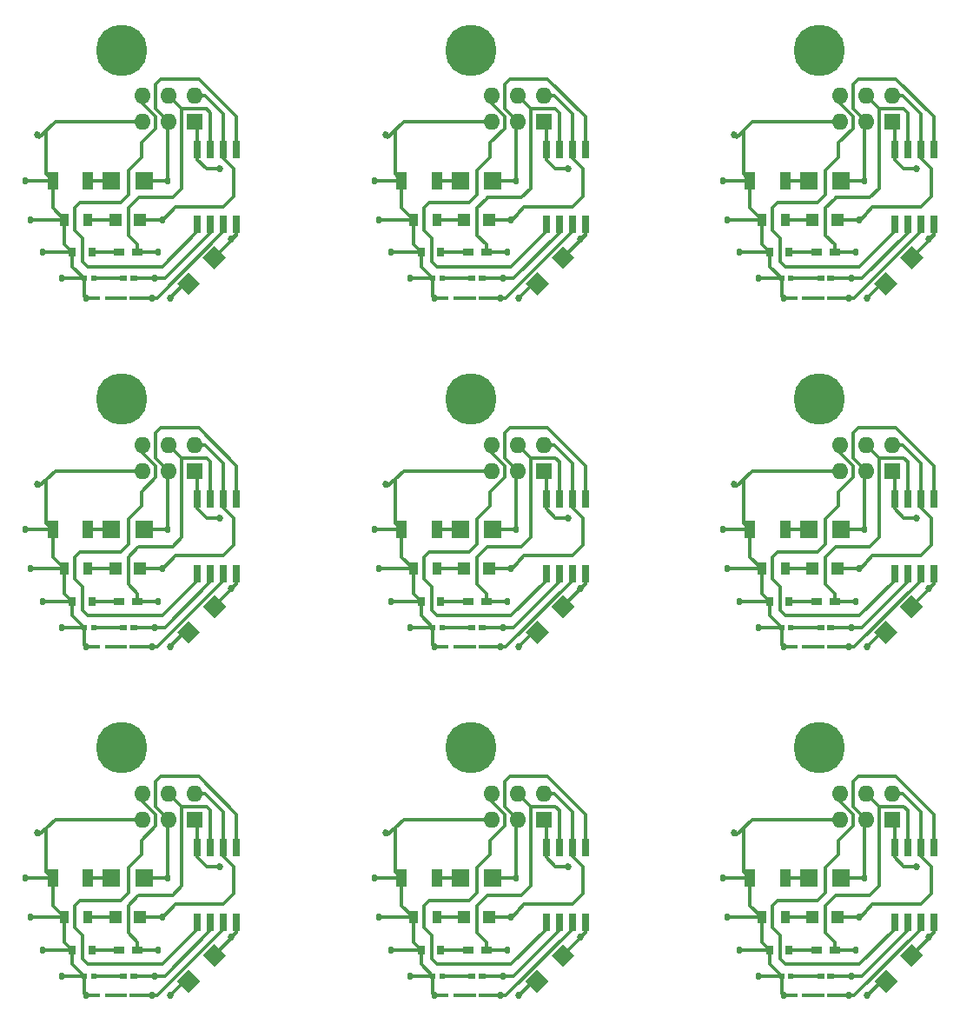
<source format=gtl>
%MOIN*%
%OFA0B0*%
%FSLAX46Y46*%
%IPPOS*%
%LPD*%
%ADD10C,0.0039370078740157488*%
%ADD11C,0.19685039370078741*%
%ADD12R,0.015748031496062995X0.015748031496062995*%
%ADD13R,0.027559055118110236X0.023622047244094488*%
%ADD14O,0.062992125984251982X0.062992125984251982*%
%ADD15R,0.062992125984251982X0.062992125984251982*%
%ADD16R,0.066929133858267723X0.0709*%
%ADD17R,0.051181102362204731X0.0472*%
%ADD18R,0.03937007874015748X0.031400000000000004*%
%ADD19R,0.025590551181102365X0.066929133858267723*%
%ADD20O,0.02X0.030000000000000002*%
%ADD21R,0.043307086614173235X0.066929133858267723*%
%ADD22R,0.035433070866141732X0.051181102362204731*%
%ADD23R,0.027559055118110236X0.035433070866141732*%
%ADD24R,0.023622047244094488X0.023622047244094488*%
%ADD25R,0.017716535433070866X0.016929133858267716*%
%ADD26C,0.027*%
%ADD27C,0.012000000000000002*%
%ADD38C,0.0039370078740157488*%
%ADD39C,0.19685039370078741*%
%ADD40R,0.015748031496062995X0.015748031496062995*%
%ADD41R,0.027559055118110236X0.023622047244094488*%
%ADD42O,0.062992125984251982X0.062992125984251982*%
%ADD43R,0.062992125984251982X0.062992125984251982*%
%ADD44R,0.066929133858267723X0.0709*%
%ADD45R,0.051181102362204731X0.0472*%
%ADD46R,0.03937007874015748X0.031400000000000004*%
%ADD47R,0.025590551181102365X0.066929133858267723*%
%ADD48O,0.02X0.030000000000000002*%
%ADD49R,0.043307086614173235X0.066929133858267723*%
%ADD50R,0.035433070866141732X0.051181102362204731*%
%ADD51R,0.027559055118110236X0.035433070866141732*%
%ADD52R,0.023622047244094488X0.023622047244094488*%
%ADD53R,0.017716535433070866X0.016929133858267716*%
%ADD54C,0.027*%
%ADD55C,0.012000000000000002*%
%ADD56C,0.0039370078740157488*%
%ADD57C,0.19685039370078741*%
%ADD58R,0.015748031496062995X0.015748031496062995*%
%ADD59R,0.027559055118110236X0.023622047244094488*%
%ADD60O,0.062992125984251982X0.062992125984251982*%
%ADD61R,0.062992125984251982X0.062992125984251982*%
%ADD62R,0.066929133858267723X0.0709*%
%ADD63R,0.051181102362204731X0.0472*%
%ADD64R,0.03937007874015748X0.031400000000000004*%
%ADD65R,0.025590551181102365X0.066929133858267723*%
%ADD66O,0.02X0.030000000000000002*%
%ADD67R,0.043307086614173235X0.066929133858267723*%
%ADD68R,0.035433070866141732X0.051181102362204731*%
%ADD69R,0.027559055118110236X0.035433070866141732*%
%ADD70R,0.023622047244094488X0.023622047244094488*%
%ADD71R,0.017716535433070866X0.016929133858267716*%
%ADD72C,0.027*%
%ADD73C,0.012000000000000002*%
%ADD74C,0.0039370078740157488*%
%ADD75C,0.19685039370078741*%
%ADD76R,0.015748031496062995X0.015748031496062995*%
%ADD77R,0.027559055118110236X0.023622047244094488*%
%ADD78O,0.062992125984251982X0.062992125984251982*%
%ADD79R,0.062992125984251982X0.062992125984251982*%
%ADD80R,0.066929133858267723X0.0709*%
%ADD81R,0.051181102362204731X0.0472*%
%ADD82R,0.03937007874015748X0.031400000000000004*%
%ADD83R,0.025590551181102365X0.066929133858267723*%
%ADD84O,0.02X0.030000000000000002*%
%ADD85R,0.043307086614173235X0.066929133858267723*%
%ADD86R,0.035433070866141732X0.051181102362204731*%
%ADD87R,0.027559055118110236X0.035433070866141732*%
%ADD88R,0.023622047244094488X0.023622047244094488*%
%ADD89R,0.017716535433070866X0.016929133858267716*%
%ADD90C,0.027*%
%ADD91C,0.012000000000000002*%
%ADD92C,0.0039370078740157488*%
%ADD93C,0.19685039370078741*%
%ADD94R,0.015748031496062995X0.015748031496062995*%
%ADD95R,0.027559055118110236X0.023622047244094488*%
%ADD96O,0.062992125984251982X0.062992125984251982*%
%ADD97R,0.062992125984251982X0.062992125984251982*%
%ADD98R,0.066929133858267723X0.0709*%
%ADD99R,0.051181102362204731X0.0472*%
%ADD100R,0.03937007874015748X0.031400000000000004*%
%ADD101R,0.025590551181102365X0.066929133858267723*%
%ADD102O,0.02X0.030000000000000002*%
%ADD103R,0.043307086614173235X0.066929133858267723*%
%ADD104R,0.035433070866141732X0.051181102362204731*%
%ADD105R,0.027559055118110236X0.035433070866141732*%
%ADD106R,0.023622047244094488X0.023622047244094488*%
%ADD107R,0.017716535433070866X0.016929133858267716*%
%ADD108C,0.027*%
%ADD109C,0.012000000000000002*%
%ADD110C,0.0039370078740157488*%
%ADD111C,0.19685039370078741*%
%ADD112R,0.015748031496062995X0.015748031496062995*%
%ADD113R,0.027559055118110236X0.023622047244094488*%
%ADD114O,0.062992125984251982X0.062992125984251982*%
%ADD115R,0.062992125984251982X0.062992125984251982*%
%ADD116R,0.066929133858267723X0.0709*%
%ADD117R,0.051181102362204731X0.0472*%
%ADD118R,0.03937007874015748X0.031400000000000004*%
%ADD119R,0.025590551181102365X0.066929133858267723*%
%ADD120O,0.02X0.030000000000000002*%
%ADD121R,0.043307086614173235X0.066929133858267723*%
%ADD122R,0.035433070866141732X0.051181102362204731*%
%ADD123R,0.027559055118110236X0.035433070866141732*%
%ADD124R,0.023622047244094488X0.023622047244094488*%
%ADD125R,0.017716535433070866X0.016929133858267716*%
%ADD126C,0.027*%
%ADD127C,0.012000000000000002*%
%ADD128C,0.0039370078740157488*%
%ADD129C,0.19685039370078741*%
%ADD130R,0.015748031496062995X0.015748031496062995*%
%ADD131R,0.027559055118110236X0.023622047244094488*%
%ADD132O,0.062992125984251982X0.062992125984251982*%
%ADD133R,0.062992125984251982X0.062992125984251982*%
%ADD134R,0.066929133858267723X0.0709*%
%ADD135R,0.051181102362204731X0.0472*%
%ADD136R,0.03937007874015748X0.031400000000000004*%
%ADD137R,0.025590551181102365X0.066929133858267723*%
%ADD138O,0.02X0.030000000000000002*%
%ADD139R,0.043307086614173235X0.066929133858267723*%
%ADD140R,0.035433070866141732X0.051181102362204731*%
%ADD141R,0.027559055118110236X0.035433070866141732*%
%ADD142R,0.023622047244094488X0.023622047244094488*%
%ADD143R,0.017716535433070866X0.016929133858267716*%
%ADD144C,0.027*%
%ADD145C,0.012000000000000002*%
%ADD146C,0.0039370078740157488*%
%ADD147C,0.19685039370078741*%
%ADD148R,0.015748031496062995X0.015748031496062995*%
%ADD149R,0.027559055118110236X0.023622047244094488*%
%ADD150O,0.062992125984251982X0.062992125984251982*%
%ADD151R,0.062992125984251982X0.062992125984251982*%
%ADD152R,0.066929133858267723X0.0709*%
%ADD153R,0.051181102362204731X0.0472*%
%ADD154R,0.03937007874015748X0.031400000000000004*%
%ADD155R,0.025590551181102365X0.066929133858267723*%
%ADD156O,0.02X0.030000000000000002*%
%ADD157R,0.043307086614173235X0.066929133858267723*%
%ADD158R,0.035433070866141732X0.051181102362204731*%
%ADD159R,0.027559055118110236X0.035433070866141732*%
%ADD160R,0.023622047244094488X0.023622047244094488*%
%ADD161R,0.017716535433070866X0.016929133858267716*%
%ADD162C,0.027*%
%ADD163C,0.012000000000000002*%
%ADD164C,0.0039370078740157488*%
%ADD165C,0.19685039370078741*%
%ADD166R,0.015748031496062995X0.015748031496062995*%
%ADD167R,0.027559055118110236X0.023622047244094488*%
%ADD168O,0.062992125984251982X0.062992125984251982*%
%ADD169R,0.062992125984251982X0.062992125984251982*%
%ADD170R,0.066929133858267723X0.0709*%
%ADD171R,0.051181102362204731X0.0472*%
%ADD172R,0.03937007874015748X0.031400000000000004*%
%ADD173R,0.025590551181102365X0.066929133858267723*%
%ADD174O,0.02X0.030000000000000002*%
%ADD175R,0.043307086614173235X0.066929133858267723*%
%ADD176R,0.035433070866141732X0.051181102362204731*%
%ADD177R,0.027559055118110236X0.035433070866141732*%
%ADD178R,0.023622047244094488X0.023622047244094488*%
%ADD179R,0.017716535433070866X0.016929133858267716*%
%ADD180C,0.027*%
%ADD181C,0.012000000000000002*%
G01*
D10*
D11*
X-0007545570Y0004254470D02*
X0000629429Y0001129470D03*
D12*
X0000642618Y0000179470D03*
X0000666240Y0000179470D03*
D13*
X0000634744Y0000254470D03*
X0000674114Y0000254470D03*
D10*
G36*
X0000983927Y0000378509D02*
X0001028469Y0000333967D01*
X0000983927Y0000289425D01*
X0000939385Y0000333967D01*
X0000983927Y0000378509D01*
X0000983927Y0000378509D01*
G37*
G36*
X0000884932Y0000279514D02*
X0000929474Y0000234972D01*
X0000884932Y0000190430D01*
X0000840390Y0000234972D01*
X0000884932Y0000279514D01*
X0000884932Y0000279514D01*
G37*
D14*
X0000909429Y0000954470D03*
D15*
X0000909429Y0000854470D03*
D14*
X0000809429Y0000954470D03*
X0000809429Y0000854470D03*
X0000709429Y0000954470D03*
X0000709429Y0000854470D03*
D16*
X0000714429Y0000629470D03*
X0000589429Y0000629470D03*
D17*
X0000699429Y0000479470D03*
X0000604429Y0000479470D03*
D18*
X0000689429Y0000354470D03*
X0000619429Y0000354470D03*
D19*
X0000919429Y0000460769D03*
X0000969429Y0000460769D03*
X0001019429Y0000460769D03*
X0001069429Y0000460769D03*
X0001069429Y0000748171D03*
X0001019429Y0000748171D03*
X0000969429Y0000748171D03*
X0000919429Y0000748171D03*
D20*
X0000804429Y0000629470D03*
X0000784429Y0000479470D03*
X0000769429Y0000354470D03*
X0000754429Y0000254470D03*
X0000744429Y0000179470D03*
X0000259429Y0000629470D03*
X0000276929Y0000479470D03*
X0000324429Y0000354470D03*
X0000396929Y0000254470D03*
X0000491929Y0000179470D03*
D21*
X0000499429Y0000629470D03*
X0000364429Y0000629470D03*
D22*
X0000499429Y0000479470D03*
X0000409429Y0000479470D03*
D23*
X0000514429Y0000354470D03*
X0000439429Y0000354470D03*
D24*
X0000520177Y0000254470D03*
X0000484744Y0000254470D03*
D25*
X0000570177Y0000179470D03*
X0000538681Y0000179470D03*
D26*
X0000304429Y0000804470D03*
X0001049429Y0000404470D03*
X0000814429Y0000179470D03*
X0001004429Y0000674470D03*
D27*
X0000491929Y0000179470D02*
X0000538681Y0000179470D01*
X0000484744Y0000254470D02*
X0000484744Y0000186655D01*
X0000484744Y0000186655D02*
X0000491929Y0000179470D01*
X0000311929Y0000796970D02*
X0000306929Y0000801970D01*
X0000306929Y0000801970D02*
X0000304429Y0000804470D01*
X0001069429Y0000460769D02*
X0001069429Y0000424470D01*
X0001069429Y0000424470D02*
X0001049429Y0000404470D01*
X0000975107Y0000325147D02*
X0001069429Y0000419470D01*
X0001069429Y0000419470D02*
X0001069429Y0000460769D01*
X0000439429Y0000354470D02*
X0000439429Y0000299785D01*
X0000439429Y0000299785D02*
X0000484744Y0000254470D01*
X0000409429Y0000479470D02*
X0000409429Y0000384470D01*
X0000409429Y0000384470D02*
X0000439429Y0000354470D01*
X0000364429Y0000629470D02*
X0000364429Y0000524470D01*
X0000364429Y0000524470D02*
X0000409429Y0000479470D01*
X0000709429Y0000854470D02*
X0000374429Y0000854470D01*
X0000339429Y0000654470D02*
X0000364429Y0000629470D01*
X0000339429Y0000819470D02*
X0000339429Y0000654470D01*
X0000374429Y0000854470D02*
X0000311929Y0000796970D01*
X0000311929Y0000796970D02*
X0000339429Y0000819470D01*
X0000396929Y0000254470D02*
X0000484744Y0000254470D01*
X0000324429Y0000354470D02*
X0000439429Y0000354470D01*
X0000281929Y0000479470D02*
X0000409429Y0000479470D01*
X0000364429Y0000629470D02*
X0000259429Y0000629470D01*
X0000814429Y0000179470D02*
X0000869932Y0000234972D01*
X0000869932Y0000234972D02*
X0000884932Y0000234972D01*
X0000919429Y0000748171D02*
X0000919429Y0000709470D01*
X0000954429Y0000674470D02*
X0001004429Y0000674470D01*
X0000919429Y0000709470D02*
X0000954429Y0000674470D01*
X0000878751Y0000228792D02*
X0000873751Y0000228792D01*
X0000919429Y0000748171D02*
X0000919429Y0000844470D01*
X0000919429Y0000844470D02*
X0000909429Y0000854470D01*
X0001019429Y0000748171D02*
X0001019429Y0000714470D01*
X0000834429Y0000529470D02*
X0000939429Y0000529470D01*
X0000834429Y0000529470D02*
X0000789429Y0000479470D01*
X0001019429Y0000529470D02*
X0000939429Y0000529470D01*
X0001059429Y0000569470D02*
X0001019429Y0000529470D01*
X0001059429Y0000674470D02*
X0001059429Y0000569470D01*
X0001019429Y0000714470D02*
X0001059429Y0000674470D01*
X0000784429Y0000479470D02*
X0000789429Y0000479470D01*
X0001019429Y0000748171D02*
X0001019429Y0000884470D01*
X0000949429Y0000954470D02*
X0000909429Y0000954470D01*
X0001019429Y0000884470D02*
X0000949429Y0000954470D01*
X0000699429Y0000479470D02*
X0000784429Y0000479470D01*
X0000809429Y0000954470D02*
X0000859429Y0000904470D01*
X0000859429Y0000904470D02*
X0000859429Y0000599470D01*
X0000654429Y0000524470D02*
X0000689429Y0000559470D01*
X0000654429Y0000419470D02*
X0000654429Y0000524470D01*
X0000689429Y0000384470D02*
X0000654429Y0000419470D01*
X0000689429Y0000354470D02*
X0000689429Y0000384470D01*
X0000694429Y0000564470D02*
X0000689429Y0000559470D01*
X0000824429Y0000564470D02*
X0000694429Y0000564470D01*
X0000859429Y0000599470D02*
X0000824429Y0000564470D01*
X0000969429Y0000748171D02*
X0000969429Y0000889470D01*
X0000954429Y0000904470D02*
X0000859429Y0000904470D01*
X0000969429Y0000889470D02*
X0000954429Y0000904470D01*
X0000689429Y0000354470D02*
X0000769429Y0000354470D01*
X0000804429Y0000629470D02*
X0000804429Y0000849470D01*
X0000804429Y0000849470D02*
X0000809429Y0000854470D01*
X0001069429Y0000748171D02*
X0001069429Y0000874470D01*
X0000759429Y0000904470D02*
X0000809429Y0000854470D01*
X0000759429Y0000999470D02*
X0000759429Y0000904470D01*
X0000779429Y0001019470D02*
X0000759429Y0000999470D01*
X0000924429Y0001019470D02*
X0000779429Y0001019470D01*
X0001069429Y0000874470D02*
X0000924429Y0001019470D01*
X0000714429Y0000629470D02*
X0000804429Y0000629470D01*
X0000919429Y0000460769D02*
X0000919429Y0000434470D01*
X0000919429Y0000434470D02*
X0000784429Y0000299470D01*
X0000784429Y0000299470D02*
X0000499429Y0000299470D01*
X0000499429Y0000299470D02*
X0000479429Y0000319470D01*
X0000479429Y0000319470D02*
X0000479429Y0000409470D01*
X0000479429Y0000409470D02*
X0000449429Y0000439470D01*
X0000449429Y0000439470D02*
X0000449429Y0000524470D01*
X0000449429Y0000524470D02*
X0000469429Y0000544470D01*
X0000469429Y0000544470D02*
X0000624429Y0000544470D01*
X0000624429Y0000544470D02*
X0000654429Y0000574470D01*
X0000654429Y0000574470D02*
X0000654429Y0000669470D01*
X0000654429Y0000669470D02*
X0000704429Y0000719470D01*
X0000704429Y0000719470D02*
X0000704429Y0000774470D01*
X0000704429Y0000774470D02*
X0000759429Y0000829470D01*
X0000759429Y0000829470D02*
X0000759429Y0000874470D01*
X0000759429Y0000874470D02*
X0000709429Y0000924470D01*
X0000709429Y0000924470D02*
X0000709429Y0000954470D01*
X0000499429Y0000479470D02*
X0000604429Y0000479470D01*
X0000514429Y0000354470D02*
X0000619429Y0000354470D01*
X0000520177Y0000254470D02*
X0000630807Y0000254470D01*
X0000589429Y0000629470D02*
X0000499429Y0000629470D01*
X0000754429Y0000254470D02*
X0000794429Y0000254470D01*
X0000794429Y0000254470D02*
X0000969429Y0000429470D01*
X0000969429Y0000429470D02*
X0000969429Y0000460769D01*
X0000674114Y0000254470D02*
X0000754429Y0000254470D01*
X0000666240Y0000179470D02*
X0000689429Y0000179470D01*
X0000689429Y0000179470D02*
X0000744429Y0000179470D01*
X0000749429Y0000179470D02*
X0000764429Y0000179470D01*
X0000764429Y0000179470D02*
X0001019429Y0000434470D01*
X0001019429Y0000434470D02*
X0001019429Y0000460769D01*
X0000642618Y0000179470D02*
X0000619429Y0000179470D01*
X0000619429Y0000179470D02*
X0000570177Y0000179470D01*
G04 next file*
G04 #@! TF.FileFunction,Copper,L1,Top,Signal*
G04 Gerber Fmt 4.6, Leading zero omitted, Abs format (unit mm)*
G04 Created by KiCad (PCBNEW 4.0.7) date 08/30/18 22:11:47*
G01*
G04 APERTURE LIST*
G04 APERTURE END LIST*
D38*
D39*
X-0007545570Y0005592150D02*
X0000629429Y0002467150D03*
D40*
X0000642618Y0001517150D03*
X0000666240Y0001517150D03*
D41*
X0000634744Y0001592150D03*
X0000674114Y0001592150D03*
D38*
G36*
X0000983927Y0001716190D02*
X0001028469Y0001671648D01*
X0000983927Y0001627106D01*
X0000939385Y0001671648D01*
X0000983927Y0001716190D01*
X0000983927Y0001716190D01*
G37*
G36*
X0000884932Y0001617195D02*
X0000929474Y0001572653D01*
X0000884932Y0001528111D01*
X0000840390Y0001572653D01*
X0000884932Y0001617195D01*
X0000884932Y0001617195D01*
G37*
D42*
X0000909429Y0002292150D03*
D43*
X0000909429Y0002192150D03*
D42*
X0000809429Y0002292150D03*
X0000809429Y0002192150D03*
X0000709429Y0002292150D03*
X0000709429Y0002192150D03*
D44*
X0000714429Y0001967150D03*
X0000589429Y0001967150D03*
D45*
X0000699429Y0001817150D03*
X0000604429Y0001817150D03*
D46*
X0000689429Y0001692150D03*
X0000619429Y0001692150D03*
D47*
X0000919429Y0001798450D03*
X0000969429Y0001798450D03*
X0001019429Y0001798450D03*
X0001069429Y0001798450D03*
X0001069429Y0002085851D03*
X0001019429Y0002085851D03*
X0000969429Y0002085851D03*
X0000919429Y0002085851D03*
D48*
X0000804429Y0001967150D03*
X0000784429Y0001817150D03*
X0000769429Y0001692150D03*
X0000754429Y0001592150D03*
X0000744429Y0001517150D03*
X0000259429Y0001967150D03*
X0000276929Y0001817150D03*
X0000324429Y0001692150D03*
X0000396929Y0001592150D03*
X0000491929Y0001517150D03*
D49*
X0000499429Y0001967150D03*
X0000364429Y0001967150D03*
D50*
X0000499429Y0001817150D03*
X0000409429Y0001817150D03*
D51*
X0000514429Y0001692150D03*
X0000439429Y0001692150D03*
D52*
X0000520177Y0001592150D03*
X0000484744Y0001592150D03*
D53*
X0000570177Y0001517150D03*
X0000538681Y0001517150D03*
D54*
X0000304429Y0002142150D03*
X0001049429Y0001742150D03*
X0000814429Y0001517150D03*
X0001004429Y0002012150D03*
D55*
X0000491929Y0001517150D02*
X0000538681Y0001517150D01*
X0000484744Y0001592150D02*
X0000484744Y0001524335D01*
X0000484744Y0001524335D02*
X0000491929Y0001517150D01*
X0000311929Y0002134650D02*
X0000306929Y0002139650D01*
X0000306929Y0002139650D02*
X0000304429Y0002142150D01*
X0001069429Y0001798450D02*
X0001069429Y0001762150D01*
X0001069429Y0001762150D02*
X0001049429Y0001742150D01*
X0000975107Y0001662828D02*
X0001069429Y0001757150D01*
X0001069429Y0001757150D02*
X0001069429Y0001798450D01*
X0000439429Y0001692150D02*
X0000439429Y0001637465D01*
X0000439429Y0001637465D02*
X0000484744Y0001592150D01*
X0000409429Y0001817150D02*
X0000409429Y0001722150D01*
X0000409429Y0001722150D02*
X0000439429Y0001692150D01*
X0000364429Y0001967150D02*
X0000364429Y0001862150D01*
X0000364429Y0001862150D02*
X0000409429Y0001817150D01*
X0000709429Y0002192150D02*
X0000374429Y0002192150D01*
X0000339429Y0001992150D02*
X0000364429Y0001967150D01*
X0000339429Y0002157150D02*
X0000339429Y0001992150D01*
X0000374429Y0002192150D02*
X0000311929Y0002134650D01*
X0000311929Y0002134650D02*
X0000339429Y0002157150D01*
X0000396929Y0001592150D02*
X0000484744Y0001592150D01*
X0000324429Y0001692150D02*
X0000439429Y0001692150D01*
X0000281929Y0001817150D02*
X0000409429Y0001817150D01*
X0000364429Y0001967150D02*
X0000259429Y0001967150D01*
X0000814429Y0001517150D02*
X0000869932Y0001572653D01*
X0000869932Y0001572653D02*
X0000884932Y0001572653D01*
X0000919429Y0002085851D02*
X0000919429Y0002047150D01*
X0000954429Y0002012150D02*
X0001004429Y0002012150D01*
X0000919429Y0002047150D02*
X0000954429Y0002012150D01*
X0000878751Y0001566473D02*
X0000873751Y0001566473D01*
X0000919429Y0002085851D02*
X0000919429Y0002182150D01*
X0000919429Y0002182150D02*
X0000909429Y0002192150D01*
X0001019429Y0002085851D02*
X0001019429Y0002052150D01*
X0000834429Y0001867150D02*
X0000939429Y0001867150D01*
X0000834429Y0001867150D02*
X0000789429Y0001817150D01*
X0001019429Y0001867150D02*
X0000939429Y0001867150D01*
X0001059429Y0001907150D02*
X0001019429Y0001867150D01*
X0001059429Y0002012150D02*
X0001059429Y0001907150D01*
X0001019429Y0002052150D02*
X0001059429Y0002012150D01*
X0000784429Y0001817150D02*
X0000789429Y0001817150D01*
X0001019429Y0002085851D02*
X0001019429Y0002222150D01*
X0000949429Y0002292150D02*
X0000909429Y0002292150D01*
X0001019429Y0002222150D02*
X0000949429Y0002292150D01*
X0000699429Y0001817150D02*
X0000784429Y0001817150D01*
X0000809429Y0002292150D02*
X0000859429Y0002242150D01*
X0000859429Y0002242150D02*
X0000859429Y0001937150D01*
X0000654429Y0001862150D02*
X0000689429Y0001897150D01*
X0000654429Y0001757150D02*
X0000654429Y0001862150D01*
X0000689429Y0001722150D02*
X0000654429Y0001757150D01*
X0000689429Y0001692150D02*
X0000689429Y0001722150D01*
X0000694429Y0001902150D02*
X0000689429Y0001897150D01*
X0000824429Y0001902150D02*
X0000694429Y0001902150D01*
X0000859429Y0001937150D02*
X0000824429Y0001902150D01*
X0000969429Y0002085851D02*
X0000969429Y0002227150D01*
X0000954429Y0002242150D02*
X0000859429Y0002242150D01*
X0000969429Y0002227150D02*
X0000954429Y0002242150D01*
X0000689429Y0001692150D02*
X0000769429Y0001692150D01*
X0000804429Y0001967150D02*
X0000804429Y0002187150D01*
X0000804429Y0002187150D02*
X0000809429Y0002192150D01*
X0001069429Y0002085851D02*
X0001069429Y0002212150D01*
X0000759429Y0002242150D02*
X0000809429Y0002192150D01*
X0000759429Y0002337150D02*
X0000759429Y0002242150D01*
X0000779429Y0002357150D02*
X0000759429Y0002337150D01*
X0000924429Y0002357150D02*
X0000779429Y0002357150D01*
X0001069429Y0002212150D02*
X0000924429Y0002357150D01*
X0000714429Y0001967150D02*
X0000804429Y0001967150D01*
X0000919429Y0001798450D02*
X0000919429Y0001772150D01*
X0000919429Y0001772150D02*
X0000784429Y0001637150D01*
X0000784429Y0001637150D02*
X0000499429Y0001637150D01*
X0000499429Y0001637150D02*
X0000479429Y0001657150D01*
X0000479429Y0001657150D02*
X0000479429Y0001747150D01*
X0000479429Y0001747150D02*
X0000449429Y0001777150D01*
X0000449429Y0001777150D02*
X0000449429Y0001862150D01*
X0000449429Y0001862150D02*
X0000469429Y0001882150D01*
X0000469429Y0001882150D02*
X0000624429Y0001882150D01*
X0000624429Y0001882150D02*
X0000654429Y0001912150D01*
X0000654429Y0001912150D02*
X0000654429Y0002007150D01*
X0000654429Y0002007150D02*
X0000704429Y0002057150D01*
X0000704429Y0002057150D02*
X0000704429Y0002112150D01*
X0000704429Y0002112150D02*
X0000759429Y0002167150D01*
X0000759429Y0002167150D02*
X0000759429Y0002212150D01*
X0000759429Y0002212150D02*
X0000709429Y0002262150D01*
X0000709429Y0002262150D02*
X0000709429Y0002292150D01*
X0000499429Y0001817150D02*
X0000604429Y0001817150D01*
X0000514429Y0001692150D02*
X0000619429Y0001692150D01*
X0000520177Y0001592150D02*
X0000630807Y0001592150D01*
X0000589429Y0001967150D02*
X0000499429Y0001967150D01*
X0000754429Y0001592150D02*
X0000794429Y0001592150D01*
X0000794429Y0001592150D02*
X0000969429Y0001767150D01*
X0000969429Y0001767150D02*
X0000969429Y0001798450D01*
X0000674114Y0001592150D02*
X0000754429Y0001592150D01*
X0000666240Y0001517150D02*
X0000689429Y0001517150D01*
X0000689429Y0001517150D02*
X0000744429Y0001517150D01*
X0000749429Y0001517150D02*
X0000764429Y0001517150D01*
X0000764429Y0001517150D02*
X0001019429Y0001772150D01*
X0001019429Y0001772150D02*
X0001019429Y0001798450D01*
X0000642618Y0001517150D02*
X0000619429Y0001517150D01*
X0000619429Y0001517150D02*
X0000570177Y0001517150D01*
G04 next file*
G04 #@! TF.FileFunction,Copper,L1,Top,Signal*
G04 Gerber Fmt 4.6, Leading zero omitted, Abs format (unit mm)*
G04 Created by KiCad (PCBNEW 4.0.7) date 08/30/18 22:11:47*
G01*
G04 APERTURE LIST*
G04 APERTURE END LIST*
D56*
D57*
X-0007545570Y0006929831D02*
X0000629429Y0003804831D03*
D58*
X0000642618Y0002854831D03*
X0000666240Y0002854831D03*
D59*
X0000634744Y0002929831D03*
X0000674114Y0002929831D03*
D56*
G36*
X0000983927Y0003053871D02*
X0001028469Y0003009329D01*
X0000983927Y0002964787D01*
X0000939385Y0003009329D01*
X0000983927Y0003053871D01*
X0000983927Y0003053871D01*
G37*
G36*
X0000884932Y0002954876D02*
X0000929474Y0002910334D01*
X0000884932Y0002865792D01*
X0000840390Y0002910334D01*
X0000884932Y0002954876D01*
X0000884932Y0002954876D01*
G37*
D60*
X0000909429Y0003629831D03*
D61*
X0000909429Y0003529831D03*
D60*
X0000809429Y0003629831D03*
X0000809429Y0003529831D03*
X0000709429Y0003629831D03*
X0000709429Y0003529831D03*
D62*
X0000714429Y0003304831D03*
X0000589429Y0003304831D03*
D63*
X0000699429Y0003154831D03*
X0000604429Y0003154831D03*
D64*
X0000689429Y0003029831D03*
X0000619429Y0003029831D03*
D65*
X0000919429Y0003136131D03*
X0000969429Y0003136131D03*
X0001019429Y0003136131D03*
X0001069429Y0003136131D03*
X0001069429Y0003423532D03*
X0001019429Y0003423532D03*
X0000969429Y0003423532D03*
X0000919429Y0003423532D03*
D66*
X0000804429Y0003304831D03*
X0000784429Y0003154831D03*
X0000769429Y0003029831D03*
X0000754429Y0002929831D03*
X0000744429Y0002854831D03*
X0000259429Y0003304831D03*
X0000276929Y0003154831D03*
X0000324429Y0003029831D03*
X0000396929Y0002929831D03*
X0000491929Y0002854831D03*
D67*
X0000499429Y0003304831D03*
X0000364429Y0003304831D03*
D68*
X0000499429Y0003154831D03*
X0000409429Y0003154831D03*
D69*
X0000514429Y0003029831D03*
X0000439429Y0003029831D03*
D70*
X0000520177Y0002929831D03*
X0000484744Y0002929831D03*
D71*
X0000570177Y0002854831D03*
X0000538681Y0002854831D03*
D72*
X0000304429Y0003479831D03*
X0001049429Y0003079831D03*
X0000814429Y0002854831D03*
X0001004429Y0003349831D03*
D73*
X0000491929Y0002854831D02*
X0000538681Y0002854831D01*
X0000484744Y0002929831D02*
X0000484744Y0002862016D01*
X0000484744Y0002862016D02*
X0000491929Y0002854831D01*
X0000311929Y0003472331D02*
X0000306929Y0003477331D01*
X0000306929Y0003477331D02*
X0000304429Y0003479831D01*
X0001069429Y0003136131D02*
X0001069429Y0003099831D01*
X0001069429Y0003099831D02*
X0001049429Y0003079831D01*
X0000975107Y0003000509D02*
X0001069429Y0003094831D01*
X0001069429Y0003094831D02*
X0001069429Y0003136131D01*
X0000439429Y0003029831D02*
X0000439429Y0002975146D01*
X0000439429Y0002975146D02*
X0000484744Y0002929831D01*
X0000409429Y0003154831D02*
X0000409429Y0003059831D01*
X0000409429Y0003059831D02*
X0000439429Y0003029831D01*
X0000364429Y0003304831D02*
X0000364429Y0003199831D01*
X0000364429Y0003199831D02*
X0000409429Y0003154831D01*
X0000709429Y0003529831D02*
X0000374429Y0003529831D01*
X0000339429Y0003329831D02*
X0000364429Y0003304831D01*
X0000339429Y0003494831D02*
X0000339429Y0003329831D01*
X0000374429Y0003529831D02*
X0000311929Y0003472331D01*
X0000311929Y0003472331D02*
X0000339429Y0003494831D01*
X0000396929Y0002929831D02*
X0000484744Y0002929831D01*
X0000324429Y0003029831D02*
X0000439429Y0003029831D01*
X0000281929Y0003154831D02*
X0000409429Y0003154831D01*
X0000364429Y0003304831D02*
X0000259429Y0003304831D01*
X0000814429Y0002854831D02*
X0000869932Y0002910334D01*
X0000869932Y0002910334D02*
X0000884932Y0002910334D01*
X0000919429Y0003423532D02*
X0000919429Y0003384831D01*
X0000954429Y0003349831D02*
X0001004429Y0003349831D01*
X0000919429Y0003384831D02*
X0000954429Y0003349831D01*
X0000878751Y0002904154D02*
X0000873751Y0002904154D01*
X0000919429Y0003423532D02*
X0000919429Y0003519831D01*
X0000919429Y0003519831D02*
X0000909429Y0003529831D01*
X0001019429Y0003423532D02*
X0001019429Y0003389831D01*
X0000834429Y0003204831D02*
X0000939429Y0003204831D01*
X0000834429Y0003204831D02*
X0000789429Y0003154831D01*
X0001019429Y0003204831D02*
X0000939429Y0003204831D01*
X0001059429Y0003244831D02*
X0001019429Y0003204831D01*
X0001059429Y0003349831D02*
X0001059429Y0003244831D01*
X0001019429Y0003389831D02*
X0001059429Y0003349831D01*
X0000784429Y0003154831D02*
X0000789429Y0003154831D01*
X0001019429Y0003423532D02*
X0001019429Y0003559831D01*
X0000949429Y0003629831D02*
X0000909429Y0003629831D01*
X0001019429Y0003559831D02*
X0000949429Y0003629831D01*
X0000699429Y0003154831D02*
X0000784429Y0003154831D01*
X0000809429Y0003629831D02*
X0000859429Y0003579831D01*
X0000859429Y0003579831D02*
X0000859429Y0003274831D01*
X0000654429Y0003199831D02*
X0000689429Y0003234831D01*
X0000654429Y0003094831D02*
X0000654429Y0003199831D01*
X0000689429Y0003059831D02*
X0000654429Y0003094831D01*
X0000689429Y0003029831D02*
X0000689429Y0003059831D01*
X0000694429Y0003239831D02*
X0000689429Y0003234831D01*
X0000824429Y0003239831D02*
X0000694429Y0003239831D01*
X0000859429Y0003274831D02*
X0000824429Y0003239831D01*
X0000969429Y0003423532D02*
X0000969429Y0003564831D01*
X0000954429Y0003579831D02*
X0000859429Y0003579831D01*
X0000969429Y0003564831D02*
X0000954429Y0003579831D01*
X0000689429Y0003029831D02*
X0000769429Y0003029831D01*
X0000804429Y0003304831D02*
X0000804429Y0003524831D01*
X0000804429Y0003524831D02*
X0000809429Y0003529831D01*
X0001069429Y0003423532D02*
X0001069429Y0003549831D01*
X0000759429Y0003579831D02*
X0000809429Y0003529831D01*
X0000759429Y0003674831D02*
X0000759429Y0003579831D01*
X0000779429Y0003694831D02*
X0000759429Y0003674831D01*
X0000924429Y0003694831D02*
X0000779429Y0003694831D01*
X0001069429Y0003549831D02*
X0000924429Y0003694831D01*
X0000714429Y0003304831D02*
X0000804429Y0003304831D01*
X0000919429Y0003136131D02*
X0000919429Y0003109831D01*
X0000919429Y0003109831D02*
X0000784429Y0002974831D01*
X0000784429Y0002974831D02*
X0000499429Y0002974831D01*
X0000499429Y0002974831D02*
X0000479429Y0002994831D01*
X0000479429Y0002994831D02*
X0000479429Y0003084831D01*
X0000479429Y0003084831D02*
X0000449429Y0003114831D01*
X0000449429Y0003114831D02*
X0000449429Y0003199831D01*
X0000449429Y0003199831D02*
X0000469429Y0003219831D01*
X0000469429Y0003219831D02*
X0000624429Y0003219831D01*
X0000624429Y0003219831D02*
X0000654429Y0003249831D01*
X0000654429Y0003249831D02*
X0000654429Y0003344831D01*
X0000654429Y0003344831D02*
X0000704429Y0003394831D01*
X0000704429Y0003394831D02*
X0000704429Y0003449831D01*
X0000704429Y0003449831D02*
X0000759429Y0003504831D01*
X0000759429Y0003504831D02*
X0000759429Y0003549831D01*
X0000759429Y0003549831D02*
X0000709429Y0003599831D01*
X0000709429Y0003599831D02*
X0000709429Y0003629831D01*
X0000499429Y0003154831D02*
X0000604429Y0003154831D01*
X0000514429Y0003029831D02*
X0000619429Y0003029831D01*
X0000520177Y0002929831D02*
X0000630807Y0002929831D01*
X0000589429Y0003304831D02*
X0000499429Y0003304831D01*
X0000754429Y0002929831D02*
X0000794429Y0002929831D01*
X0000794429Y0002929831D02*
X0000969429Y0003104831D01*
X0000969429Y0003104831D02*
X0000969429Y0003136131D01*
X0000674114Y0002929831D02*
X0000754429Y0002929831D01*
X0000666240Y0002854831D02*
X0000689429Y0002854831D01*
X0000689429Y0002854831D02*
X0000744429Y0002854831D01*
X0000749429Y0002854831D02*
X0000764429Y0002854831D01*
X0000764429Y0002854831D02*
X0001019429Y0003109831D01*
X0001019429Y0003109831D02*
X0001019429Y0003136131D01*
X0000642618Y0002854831D02*
X0000619429Y0002854831D01*
X0000619429Y0002854831D02*
X0000570177Y0002854831D01*
G04 next file*
G04 #@! TF.FileFunction,Copper,L1,Top,Signal*
G04 Gerber Fmt 4.6, Leading zero omitted, Abs format (unit mm)*
G04 Created by KiCad (PCBNEW 4.0.7) date 08/30/18 22:11:47*
G01*
G04 APERTURE LIST*
G04 APERTURE END LIST*
D74*
D75*
X-0006207916Y0004254470D02*
X0001967082Y0001129470D03*
D76*
X0001980271Y0000179470D03*
X0002003894Y0000179470D03*
D77*
X0001972397Y0000254470D03*
X0002011768Y0000254470D03*
D74*
G36*
X0002321580Y0000378509D02*
X0002366122Y0000333967D01*
X0002321580Y0000289425D01*
X0002277038Y0000333967D01*
X0002321580Y0000378509D01*
X0002321580Y0000378509D01*
G37*
G36*
X0002222585Y0000279514D02*
X0002267127Y0000234972D01*
X0002222585Y0000190430D01*
X0002178043Y0000234972D01*
X0002222585Y0000279514D01*
X0002222585Y0000279514D01*
G37*
D78*
X0002247082Y0000954470D03*
D79*
X0002247082Y0000854470D03*
D78*
X0002147082Y0000954470D03*
X0002147082Y0000854470D03*
X0002047082Y0000954470D03*
X0002047082Y0000854470D03*
D80*
X0002052082Y0000629470D03*
X0001927082Y0000629470D03*
D81*
X0002037082Y0000479470D03*
X0001942082Y0000479470D03*
D82*
X0002027082Y0000354470D03*
X0001957082Y0000354470D03*
D83*
X0002257082Y0000460769D03*
X0002307082Y0000460769D03*
X0002357082Y0000460769D03*
X0002407082Y0000460769D03*
X0002407082Y0000748171D03*
X0002357082Y0000748171D03*
X0002307082Y0000748171D03*
X0002257082Y0000748171D03*
D84*
X0002142082Y0000629470D03*
X0002122082Y0000479470D03*
X0002107082Y0000354470D03*
X0002092082Y0000254470D03*
X0002082082Y0000179470D03*
X0001597082Y0000629470D03*
X0001614582Y0000479470D03*
X0001662082Y0000354470D03*
X0001734582Y0000254470D03*
X0001829582Y0000179470D03*
D85*
X0001837082Y0000629470D03*
X0001702082Y0000629470D03*
D86*
X0001837082Y0000479470D03*
X0001747082Y0000479470D03*
D87*
X0001852082Y0000354470D03*
X0001777082Y0000354470D03*
D88*
X0001857831Y0000254470D03*
X0001822397Y0000254470D03*
D89*
X0001907831Y0000179470D03*
X0001876334Y0000179470D03*
D90*
X0001642082Y0000804470D03*
X0002387082Y0000404470D03*
X0002152082Y0000179470D03*
X0002342082Y0000674470D03*
D91*
X0001829582Y0000179470D02*
X0001876334Y0000179470D01*
X0001822397Y0000254470D02*
X0001822397Y0000186655D01*
X0001822397Y0000186655D02*
X0001829582Y0000179470D01*
X0001649582Y0000796970D02*
X0001644582Y0000801970D01*
X0001644582Y0000801970D02*
X0001642082Y0000804470D01*
X0002407082Y0000460769D02*
X0002407082Y0000424470D01*
X0002407082Y0000424470D02*
X0002387082Y0000404470D01*
X0002312760Y0000325147D02*
X0002407082Y0000419470D01*
X0002407082Y0000419470D02*
X0002407082Y0000460769D01*
X0001777082Y0000354470D02*
X0001777082Y0000299785D01*
X0001777082Y0000299785D02*
X0001822397Y0000254470D01*
X0001747082Y0000479470D02*
X0001747082Y0000384470D01*
X0001747082Y0000384470D02*
X0001777082Y0000354470D01*
X0001702082Y0000629470D02*
X0001702082Y0000524470D01*
X0001702082Y0000524470D02*
X0001747082Y0000479470D01*
X0002047082Y0000854470D02*
X0001712082Y0000854470D01*
X0001677082Y0000654470D02*
X0001702082Y0000629470D01*
X0001677082Y0000819470D02*
X0001677082Y0000654470D01*
X0001712082Y0000854470D02*
X0001649582Y0000796970D01*
X0001649582Y0000796970D02*
X0001677082Y0000819470D01*
X0001734582Y0000254470D02*
X0001822397Y0000254470D01*
X0001662082Y0000354470D02*
X0001777082Y0000354470D01*
X0001619582Y0000479470D02*
X0001747082Y0000479470D01*
X0001702082Y0000629470D02*
X0001597082Y0000629470D01*
X0002152082Y0000179470D02*
X0002207585Y0000234972D01*
X0002207585Y0000234972D02*
X0002222585Y0000234972D01*
X0002257082Y0000748171D02*
X0002257082Y0000709470D01*
X0002292082Y0000674470D02*
X0002342082Y0000674470D01*
X0002257082Y0000709470D02*
X0002292082Y0000674470D01*
X0002216405Y0000228792D02*
X0002211405Y0000228792D01*
X0002257082Y0000748171D02*
X0002257082Y0000844470D01*
X0002257082Y0000844470D02*
X0002247082Y0000854470D01*
X0002357082Y0000748171D02*
X0002357082Y0000714470D01*
X0002172082Y0000529470D02*
X0002277082Y0000529470D01*
X0002172082Y0000529470D02*
X0002127082Y0000479470D01*
X0002357082Y0000529470D02*
X0002277082Y0000529470D01*
X0002397082Y0000569470D02*
X0002357082Y0000529470D01*
X0002397082Y0000674470D02*
X0002397082Y0000569470D01*
X0002357082Y0000714470D02*
X0002397082Y0000674470D01*
X0002122082Y0000479470D02*
X0002127082Y0000479470D01*
X0002357082Y0000748171D02*
X0002357082Y0000884470D01*
X0002287082Y0000954470D02*
X0002247082Y0000954470D01*
X0002357082Y0000884470D02*
X0002287082Y0000954470D01*
X0002037082Y0000479470D02*
X0002122082Y0000479470D01*
X0002147082Y0000954470D02*
X0002197082Y0000904470D01*
X0002197082Y0000904470D02*
X0002197082Y0000599470D01*
X0001992082Y0000524470D02*
X0002027082Y0000559470D01*
X0001992082Y0000419470D02*
X0001992082Y0000524470D01*
X0002027082Y0000384470D02*
X0001992082Y0000419470D01*
X0002027082Y0000354470D02*
X0002027082Y0000384470D01*
X0002032082Y0000564470D02*
X0002027082Y0000559470D01*
X0002162082Y0000564470D02*
X0002032082Y0000564470D01*
X0002197082Y0000599470D02*
X0002162082Y0000564470D01*
X0002307082Y0000748171D02*
X0002307082Y0000889470D01*
X0002292082Y0000904470D02*
X0002197082Y0000904470D01*
X0002307082Y0000889470D02*
X0002292082Y0000904470D01*
X0002027082Y0000354470D02*
X0002107082Y0000354470D01*
X0002142082Y0000629470D02*
X0002142082Y0000849470D01*
X0002142082Y0000849470D02*
X0002147082Y0000854470D01*
X0002407082Y0000748171D02*
X0002407082Y0000874470D01*
X0002097082Y0000904470D02*
X0002147082Y0000854470D01*
X0002097082Y0000999470D02*
X0002097082Y0000904470D01*
X0002117082Y0001019470D02*
X0002097082Y0000999470D01*
X0002262082Y0001019470D02*
X0002117082Y0001019470D01*
X0002407082Y0000874470D02*
X0002262082Y0001019470D01*
X0002052082Y0000629470D02*
X0002142082Y0000629470D01*
X0002257082Y0000460769D02*
X0002257082Y0000434470D01*
X0002257082Y0000434470D02*
X0002122082Y0000299470D01*
X0002122082Y0000299470D02*
X0001837082Y0000299470D01*
X0001837082Y0000299470D02*
X0001817082Y0000319470D01*
X0001817082Y0000319470D02*
X0001817082Y0000409470D01*
X0001817082Y0000409470D02*
X0001787082Y0000439470D01*
X0001787082Y0000439470D02*
X0001787082Y0000524470D01*
X0001787082Y0000524470D02*
X0001807082Y0000544470D01*
X0001807082Y0000544470D02*
X0001962082Y0000544470D01*
X0001962082Y0000544470D02*
X0001992082Y0000574470D01*
X0001992082Y0000574470D02*
X0001992082Y0000669470D01*
X0001992082Y0000669470D02*
X0002042082Y0000719470D01*
X0002042082Y0000719470D02*
X0002042082Y0000774470D01*
X0002042082Y0000774470D02*
X0002097082Y0000829470D01*
X0002097082Y0000829470D02*
X0002097082Y0000874470D01*
X0002097082Y0000874470D02*
X0002047082Y0000924470D01*
X0002047082Y0000924470D02*
X0002047082Y0000954470D01*
X0001837082Y0000479470D02*
X0001942082Y0000479470D01*
X0001852082Y0000354470D02*
X0001957082Y0000354470D01*
X0001857831Y0000254470D02*
X0001968460Y0000254470D01*
X0001927082Y0000629470D02*
X0001837082Y0000629470D01*
X0002092082Y0000254470D02*
X0002132082Y0000254470D01*
X0002132082Y0000254470D02*
X0002307082Y0000429470D01*
X0002307082Y0000429470D02*
X0002307082Y0000460769D01*
X0002011768Y0000254470D02*
X0002092082Y0000254470D01*
X0002003894Y0000179470D02*
X0002027082Y0000179470D01*
X0002027082Y0000179470D02*
X0002082082Y0000179470D01*
X0002087082Y0000179470D02*
X0002102082Y0000179470D01*
X0002102082Y0000179470D02*
X0002357082Y0000434470D01*
X0002357082Y0000434470D02*
X0002357082Y0000460769D01*
X0001980271Y0000179470D02*
X0001957082Y0000179470D01*
X0001957082Y0000179470D02*
X0001907831Y0000179470D01*
G04 next file*
G04 #@! TF.FileFunction,Copper,L1,Top,Signal*
G04 Gerber Fmt 4.6, Leading zero omitted, Abs format (unit mm)*
G04 Created by KiCad (PCBNEW 4.0.7) date 08/30/18 22:11:47*
G01*
G04 APERTURE LIST*
G04 APERTURE END LIST*
D92*
D93*
X-0004870263Y0004254470D02*
X0003304736Y0001129470D03*
D94*
X0003317925Y0000179470D03*
X0003341547Y0000179470D03*
D95*
X0003310051Y0000254470D03*
X0003349421Y0000254470D03*
D92*
G36*
X0003659234Y0000378509D02*
X0003703776Y0000333967D01*
X0003659234Y0000289425D01*
X0003614691Y0000333967D01*
X0003659234Y0000378509D01*
X0003659234Y0000378509D01*
G37*
G36*
X0003560239Y0000279514D02*
X0003604781Y0000234972D01*
X0003560239Y0000190430D01*
X0003515696Y0000234972D01*
X0003560239Y0000279514D01*
X0003560239Y0000279514D01*
G37*
D96*
X0003584736Y0000954470D03*
D97*
X0003584736Y0000854470D03*
D96*
X0003484736Y0000954470D03*
X0003484736Y0000854470D03*
X0003384736Y0000954470D03*
X0003384736Y0000854470D03*
D98*
X0003389736Y0000629470D03*
X0003264736Y0000629470D03*
D99*
X0003374736Y0000479470D03*
X0003279736Y0000479470D03*
D100*
X0003364736Y0000354470D03*
X0003294736Y0000354470D03*
D101*
X0003594736Y0000460769D03*
X0003644736Y0000460769D03*
X0003694736Y0000460769D03*
X0003744736Y0000460769D03*
X0003744736Y0000748171D03*
X0003694736Y0000748171D03*
X0003644736Y0000748171D03*
X0003594736Y0000748171D03*
D102*
X0003479736Y0000629470D03*
X0003459736Y0000479470D03*
X0003444736Y0000354470D03*
X0003429736Y0000254470D03*
X0003419736Y0000179470D03*
X0002934736Y0000629470D03*
X0002952236Y0000479470D03*
X0002999736Y0000354470D03*
X0003072236Y0000254470D03*
X0003167236Y0000179470D03*
D103*
X0003174736Y0000629470D03*
X0003039736Y0000629470D03*
D104*
X0003174736Y0000479470D03*
X0003084736Y0000479470D03*
D105*
X0003189736Y0000354470D03*
X0003114736Y0000354470D03*
D106*
X0003195484Y0000254470D03*
X0003160051Y0000254470D03*
D107*
X0003245484Y0000179470D03*
X0003213988Y0000179470D03*
D108*
X0002979736Y0000804470D03*
X0003724736Y0000404470D03*
X0003489736Y0000179470D03*
X0003679736Y0000674470D03*
D109*
X0003167236Y0000179470D02*
X0003213988Y0000179470D01*
X0003160051Y0000254470D02*
X0003160051Y0000186655D01*
X0003160051Y0000186655D02*
X0003167236Y0000179470D01*
X0002987236Y0000796970D02*
X0002982236Y0000801970D01*
X0002982236Y0000801970D02*
X0002979736Y0000804470D01*
X0003744736Y0000460769D02*
X0003744736Y0000424470D01*
X0003744736Y0000424470D02*
X0003724736Y0000404470D01*
X0003650414Y0000325147D02*
X0003744736Y0000419470D01*
X0003744736Y0000419470D02*
X0003744736Y0000460769D01*
X0003114736Y0000354470D02*
X0003114736Y0000299785D01*
X0003114736Y0000299785D02*
X0003160051Y0000254470D01*
X0003084736Y0000479470D02*
X0003084736Y0000384470D01*
X0003084736Y0000384470D02*
X0003114736Y0000354470D01*
X0003039736Y0000629470D02*
X0003039736Y0000524470D01*
X0003039736Y0000524470D02*
X0003084736Y0000479470D01*
X0003384736Y0000854470D02*
X0003049736Y0000854470D01*
X0003014736Y0000654470D02*
X0003039736Y0000629470D01*
X0003014736Y0000819470D02*
X0003014736Y0000654470D01*
X0003049736Y0000854470D02*
X0002987236Y0000796970D01*
X0002987236Y0000796970D02*
X0003014736Y0000819470D01*
X0003072236Y0000254470D02*
X0003160051Y0000254470D01*
X0002999736Y0000354470D02*
X0003114736Y0000354470D01*
X0002957236Y0000479470D02*
X0003084736Y0000479470D01*
X0003039736Y0000629470D02*
X0002934736Y0000629470D01*
X0003489736Y0000179470D02*
X0003545239Y0000234972D01*
X0003545239Y0000234972D02*
X0003560239Y0000234972D01*
X0003594736Y0000748171D02*
X0003594736Y0000709470D01*
X0003629736Y0000674470D02*
X0003679736Y0000674470D01*
X0003594736Y0000709470D02*
X0003629736Y0000674470D01*
X0003554058Y0000228792D02*
X0003549058Y0000228792D01*
X0003594736Y0000748171D02*
X0003594736Y0000844470D01*
X0003594736Y0000844470D02*
X0003584736Y0000854470D01*
X0003694736Y0000748171D02*
X0003694736Y0000714470D01*
X0003509736Y0000529470D02*
X0003614736Y0000529470D01*
X0003509736Y0000529470D02*
X0003464736Y0000479470D01*
X0003694736Y0000529470D02*
X0003614736Y0000529470D01*
X0003734736Y0000569470D02*
X0003694736Y0000529470D01*
X0003734736Y0000674470D02*
X0003734736Y0000569470D01*
X0003694736Y0000714470D02*
X0003734736Y0000674470D01*
X0003459736Y0000479470D02*
X0003464736Y0000479470D01*
X0003694736Y0000748171D02*
X0003694736Y0000884470D01*
X0003624736Y0000954470D02*
X0003584736Y0000954470D01*
X0003694736Y0000884470D02*
X0003624736Y0000954470D01*
X0003374736Y0000479470D02*
X0003459736Y0000479470D01*
X0003484736Y0000954470D02*
X0003534736Y0000904470D01*
X0003534736Y0000904470D02*
X0003534736Y0000599470D01*
X0003329736Y0000524470D02*
X0003364736Y0000559470D01*
X0003329736Y0000419470D02*
X0003329736Y0000524470D01*
X0003364736Y0000384470D02*
X0003329736Y0000419470D01*
X0003364736Y0000354470D02*
X0003364736Y0000384470D01*
X0003369736Y0000564470D02*
X0003364736Y0000559470D01*
X0003499736Y0000564470D02*
X0003369736Y0000564470D01*
X0003534736Y0000599470D02*
X0003499736Y0000564470D01*
X0003644736Y0000748171D02*
X0003644736Y0000889470D01*
X0003629736Y0000904470D02*
X0003534736Y0000904470D01*
X0003644736Y0000889470D02*
X0003629736Y0000904470D01*
X0003364736Y0000354470D02*
X0003444736Y0000354470D01*
X0003479736Y0000629470D02*
X0003479736Y0000849470D01*
X0003479736Y0000849470D02*
X0003484736Y0000854470D01*
X0003744736Y0000748171D02*
X0003744736Y0000874470D01*
X0003434736Y0000904470D02*
X0003484736Y0000854470D01*
X0003434736Y0000999470D02*
X0003434736Y0000904470D01*
X0003454736Y0001019470D02*
X0003434736Y0000999470D01*
X0003599736Y0001019470D02*
X0003454736Y0001019470D01*
X0003744736Y0000874470D02*
X0003599736Y0001019470D01*
X0003389736Y0000629470D02*
X0003479736Y0000629470D01*
X0003594736Y0000460769D02*
X0003594736Y0000434470D01*
X0003594736Y0000434470D02*
X0003459736Y0000299470D01*
X0003459736Y0000299470D02*
X0003174736Y0000299470D01*
X0003174736Y0000299470D02*
X0003154736Y0000319470D01*
X0003154736Y0000319470D02*
X0003154736Y0000409470D01*
X0003154736Y0000409470D02*
X0003124736Y0000439470D01*
X0003124736Y0000439470D02*
X0003124736Y0000524470D01*
X0003124736Y0000524470D02*
X0003144736Y0000544470D01*
X0003144736Y0000544470D02*
X0003299736Y0000544470D01*
X0003299736Y0000544470D02*
X0003329736Y0000574470D01*
X0003329736Y0000574470D02*
X0003329736Y0000669470D01*
X0003329736Y0000669470D02*
X0003379736Y0000719470D01*
X0003379736Y0000719470D02*
X0003379736Y0000774470D01*
X0003379736Y0000774470D02*
X0003434736Y0000829470D01*
X0003434736Y0000829470D02*
X0003434736Y0000874470D01*
X0003434736Y0000874470D02*
X0003384736Y0000924470D01*
X0003384736Y0000924470D02*
X0003384736Y0000954470D01*
X0003174736Y0000479470D02*
X0003279736Y0000479470D01*
X0003189736Y0000354470D02*
X0003294736Y0000354470D01*
X0003195484Y0000254470D02*
X0003306114Y0000254470D01*
X0003264736Y0000629470D02*
X0003174736Y0000629470D01*
X0003429736Y0000254470D02*
X0003469736Y0000254470D01*
X0003469736Y0000254470D02*
X0003644736Y0000429470D01*
X0003644736Y0000429470D02*
X0003644736Y0000460769D01*
X0003349421Y0000254470D02*
X0003429736Y0000254470D01*
X0003341547Y0000179470D02*
X0003364736Y0000179470D01*
X0003364736Y0000179470D02*
X0003419736Y0000179470D01*
X0003424736Y0000179470D02*
X0003439736Y0000179470D01*
X0003439736Y0000179470D02*
X0003694736Y0000434470D01*
X0003694736Y0000434470D02*
X0003694736Y0000460769D01*
X0003317925Y0000179470D02*
X0003294736Y0000179470D01*
X0003294736Y0000179470D02*
X0003245484Y0000179470D01*
G04 next file*
G04 #@! TF.FileFunction,Copper,L1,Top,Signal*
G04 Gerber Fmt 4.6, Leading zero omitted, Abs format (unit mm)*
G04 Created by KiCad (PCBNEW 4.0.7) date 08/30/18 22:11:47*
G01*
G04 APERTURE LIST*
G04 APERTURE END LIST*
D110*
D111*
X-0006207916Y0005592150D02*
X0001967082Y0002467150D03*
D112*
X0001980271Y0001517150D03*
X0002003894Y0001517150D03*
D113*
X0001972397Y0001592150D03*
X0002011768Y0001592150D03*
D110*
G36*
X0002321580Y0001716190D02*
X0002366122Y0001671648D01*
X0002321580Y0001627106D01*
X0002277038Y0001671648D01*
X0002321580Y0001716190D01*
X0002321580Y0001716190D01*
G37*
G36*
X0002222585Y0001617195D02*
X0002267127Y0001572653D01*
X0002222585Y0001528111D01*
X0002178043Y0001572653D01*
X0002222585Y0001617195D01*
X0002222585Y0001617195D01*
G37*
D114*
X0002247082Y0002292150D03*
D115*
X0002247082Y0002192150D03*
D114*
X0002147082Y0002292150D03*
X0002147082Y0002192150D03*
X0002047082Y0002292150D03*
X0002047082Y0002192150D03*
D116*
X0002052082Y0001967150D03*
X0001927082Y0001967150D03*
D117*
X0002037082Y0001817150D03*
X0001942082Y0001817150D03*
D118*
X0002027082Y0001692150D03*
X0001957082Y0001692150D03*
D119*
X0002257082Y0001798450D03*
X0002307082Y0001798450D03*
X0002357082Y0001798450D03*
X0002407082Y0001798450D03*
X0002407082Y0002085851D03*
X0002357082Y0002085851D03*
X0002307082Y0002085851D03*
X0002257082Y0002085851D03*
D120*
X0002142082Y0001967150D03*
X0002122082Y0001817150D03*
X0002107082Y0001692150D03*
X0002092082Y0001592150D03*
X0002082082Y0001517150D03*
X0001597082Y0001967150D03*
X0001614582Y0001817150D03*
X0001662082Y0001692150D03*
X0001734582Y0001592150D03*
X0001829582Y0001517150D03*
D121*
X0001837082Y0001967150D03*
X0001702082Y0001967150D03*
D122*
X0001837082Y0001817150D03*
X0001747082Y0001817150D03*
D123*
X0001852082Y0001692150D03*
X0001777082Y0001692150D03*
D124*
X0001857831Y0001592150D03*
X0001822397Y0001592150D03*
D125*
X0001907831Y0001517150D03*
X0001876334Y0001517150D03*
D126*
X0001642082Y0002142150D03*
X0002387082Y0001742150D03*
X0002152082Y0001517150D03*
X0002342082Y0002012150D03*
D127*
X0001829582Y0001517150D02*
X0001876334Y0001517150D01*
X0001822397Y0001592150D02*
X0001822397Y0001524335D01*
X0001822397Y0001524335D02*
X0001829582Y0001517150D01*
X0001649582Y0002134650D02*
X0001644582Y0002139650D01*
X0001644582Y0002139650D02*
X0001642082Y0002142150D01*
X0002407082Y0001798450D02*
X0002407082Y0001762150D01*
X0002407082Y0001762150D02*
X0002387082Y0001742150D01*
X0002312760Y0001662828D02*
X0002407082Y0001757150D01*
X0002407082Y0001757150D02*
X0002407082Y0001798450D01*
X0001777082Y0001692150D02*
X0001777082Y0001637465D01*
X0001777082Y0001637465D02*
X0001822397Y0001592150D01*
X0001747082Y0001817150D02*
X0001747082Y0001722150D01*
X0001747082Y0001722150D02*
X0001777082Y0001692150D01*
X0001702082Y0001967150D02*
X0001702082Y0001862150D01*
X0001702082Y0001862150D02*
X0001747082Y0001817150D01*
X0002047082Y0002192150D02*
X0001712082Y0002192150D01*
X0001677082Y0001992150D02*
X0001702082Y0001967150D01*
X0001677082Y0002157150D02*
X0001677082Y0001992150D01*
X0001712082Y0002192150D02*
X0001649582Y0002134650D01*
X0001649582Y0002134650D02*
X0001677082Y0002157150D01*
X0001734582Y0001592150D02*
X0001822397Y0001592150D01*
X0001662082Y0001692150D02*
X0001777082Y0001692150D01*
X0001619582Y0001817150D02*
X0001747082Y0001817150D01*
X0001702082Y0001967150D02*
X0001597082Y0001967150D01*
X0002152082Y0001517150D02*
X0002207585Y0001572653D01*
X0002207585Y0001572653D02*
X0002222585Y0001572653D01*
X0002257082Y0002085851D02*
X0002257082Y0002047150D01*
X0002292082Y0002012150D02*
X0002342082Y0002012150D01*
X0002257082Y0002047150D02*
X0002292082Y0002012150D01*
X0002216405Y0001566473D02*
X0002211405Y0001566473D01*
X0002257082Y0002085851D02*
X0002257082Y0002182150D01*
X0002257082Y0002182150D02*
X0002247082Y0002192150D01*
X0002357082Y0002085851D02*
X0002357082Y0002052150D01*
X0002172082Y0001867150D02*
X0002277082Y0001867150D01*
X0002172082Y0001867150D02*
X0002127082Y0001817150D01*
X0002357082Y0001867150D02*
X0002277082Y0001867150D01*
X0002397082Y0001907150D02*
X0002357082Y0001867150D01*
X0002397082Y0002012150D02*
X0002397082Y0001907150D01*
X0002357082Y0002052150D02*
X0002397082Y0002012150D01*
X0002122082Y0001817150D02*
X0002127082Y0001817150D01*
X0002357082Y0002085851D02*
X0002357082Y0002222150D01*
X0002287082Y0002292150D02*
X0002247082Y0002292150D01*
X0002357082Y0002222150D02*
X0002287082Y0002292150D01*
X0002037082Y0001817150D02*
X0002122082Y0001817150D01*
X0002147082Y0002292150D02*
X0002197082Y0002242150D01*
X0002197082Y0002242150D02*
X0002197082Y0001937150D01*
X0001992082Y0001862150D02*
X0002027082Y0001897150D01*
X0001992082Y0001757150D02*
X0001992082Y0001862150D01*
X0002027082Y0001722150D02*
X0001992082Y0001757150D01*
X0002027082Y0001692150D02*
X0002027082Y0001722150D01*
X0002032082Y0001902150D02*
X0002027082Y0001897150D01*
X0002162082Y0001902150D02*
X0002032082Y0001902150D01*
X0002197082Y0001937150D02*
X0002162082Y0001902150D01*
X0002307082Y0002085851D02*
X0002307082Y0002227150D01*
X0002292082Y0002242150D02*
X0002197082Y0002242150D01*
X0002307082Y0002227150D02*
X0002292082Y0002242150D01*
X0002027082Y0001692150D02*
X0002107082Y0001692150D01*
X0002142082Y0001967150D02*
X0002142082Y0002187150D01*
X0002142082Y0002187150D02*
X0002147082Y0002192150D01*
X0002407082Y0002085851D02*
X0002407082Y0002212150D01*
X0002097082Y0002242150D02*
X0002147082Y0002192150D01*
X0002097082Y0002337150D02*
X0002097082Y0002242150D01*
X0002117082Y0002357150D02*
X0002097082Y0002337150D01*
X0002262082Y0002357150D02*
X0002117082Y0002357150D01*
X0002407082Y0002212150D02*
X0002262082Y0002357150D01*
X0002052082Y0001967150D02*
X0002142082Y0001967150D01*
X0002257082Y0001798450D02*
X0002257082Y0001772150D01*
X0002257082Y0001772150D02*
X0002122082Y0001637150D01*
X0002122082Y0001637150D02*
X0001837082Y0001637150D01*
X0001837082Y0001637150D02*
X0001817082Y0001657150D01*
X0001817082Y0001657150D02*
X0001817082Y0001747150D01*
X0001817082Y0001747150D02*
X0001787082Y0001777150D01*
X0001787082Y0001777150D02*
X0001787082Y0001862150D01*
X0001787082Y0001862150D02*
X0001807082Y0001882150D01*
X0001807082Y0001882150D02*
X0001962082Y0001882150D01*
X0001962082Y0001882150D02*
X0001992082Y0001912150D01*
X0001992082Y0001912150D02*
X0001992082Y0002007150D01*
X0001992082Y0002007150D02*
X0002042082Y0002057150D01*
X0002042082Y0002057150D02*
X0002042082Y0002112150D01*
X0002042082Y0002112150D02*
X0002097082Y0002167150D01*
X0002097082Y0002167150D02*
X0002097082Y0002212150D01*
X0002097082Y0002212150D02*
X0002047082Y0002262150D01*
X0002047082Y0002262150D02*
X0002047082Y0002292150D01*
X0001837082Y0001817150D02*
X0001942082Y0001817150D01*
X0001852082Y0001692150D02*
X0001957082Y0001692150D01*
X0001857831Y0001592150D02*
X0001968460Y0001592150D01*
X0001927082Y0001967150D02*
X0001837082Y0001967150D01*
X0002092082Y0001592150D02*
X0002132082Y0001592150D01*
X0002132082Y0001592150D02*
X0002307082Y0001767150D01*
X0002307082Y0001767150D02*
X0002307082Y0001798450D01*
X0002011768Y0001592150D02*
X0002092082Y0001592150D01*
X0002003894Y0001517150D02*
X0002027082Y0001517150D01*
X0002027082Y0001517150D02*
X0002082082Y0001517150D01*
X0002087082Y0001517150D02*
X0002102082Y0001517150D01*
X0002102082Y0001517150D02*
X0002357082Y0001772150D01*
X0002357082Y0001772150D02*
X0002357082Y0001798450D01*
X0001980271Y0001517150D02*
X0001957082Y0001517150D01*
X0001957082Y0001517150D02*
X0001907831Y0001517150D01*
G04 next file*
G04 #@! TF.FileFunction,Copper,L1,Top,Signal*
G04 Gerber Fmt 4.6, Leading zero omitted, Abs format (unit mm)*
G04 Created by KiCad (PCBNEW 4.0.7) date 08/30/18 22:11:47*
G01*
G04 APERTURE LIST*
G04 APERTURE END LIST*
D128*
D129*
X-0006207916Y0006929831D02*
X0001967082Y0003804831D03*
D130*
X0001980271Y0002854831D03*
X0002003894Y0002854831D03*
D131*
X0001972397Y0002929831D03*
X0002011768Y0002929831D03*
D128*
G36*
X0002321580Y0003053871D02*
X0002366122Y0003009329D01*
X0002321580Y0002964787D01*
X0002277038Y0003009329D01*
X0002321580Y0003053871D01*
X0002321580Y0003053871D01*
G37*
G36*
X0002222585Y0002954876D02*
X0002267127Y0002910334D01*
X0002222585Y0002865792D01*
X0002178043Y0002910334D01*
X0002222585Y0002954876D01*
X0002222585Y0002954876D01*
G37*
D132*
X0002247082Y0003629831D03*
D133*
X0002247082Y0003529831D03*
D132*
X0002147082Y0003629831D03*
X0002147082Y0003529831D03*
X0002047082Y0003629831D03*
X0002047082Y0003529831D03*
D134*
X0002052082Y0003304831D03*
X0001927082Y0003304831D03*
D135*
X0002037082Y0003154831D03*
X0001942082Y0003154831D03*
D136*
X0002027082Y0003029831D03*
X0001957082Y0003029831D03*
D137*
X0002257082Y0003136131D03*
X0002307082Y0003136131D03*
X0002357082Y0003136131D03*
X0002407082Y0003136131D03*
X0002407082Y0003423532D03*
X0002357082Y0003423532D03*
X0002307082Y0003423532D03*
X0002257082Y0003423532D03*
D138*
X0002142082Y0003304831D03*
X0002122082Y0003154831D03*
X0002107082Y0003029831D03*
X0002092082Y0002929831D03*
X0002082082Y0002854831D03*
X0001597082Y0003304831D03*
X0001614582Y0003154831D03*
X0001662082Y0003029831D03*
X0001734582Y0002929831D03*
X0001829582Y0002854831D03*
D139*
X0001837082Y0003304831D03*
X0001702082Y0003304831D03*
D140*
X0001837082Y0003154831D03*
X0001747082Y0003154831D03*
D141*
X0001852082Y0003029831D03*
X0001777082Y0003029831D03*
D142*
X0001857831Y0002929831D03*
X0001822397Y0002929831D03*
D143*
X0001907831Y0002854831D03*
X0001876334Y0002854831D03*
D144*
X0001642082Y0003479831D03*
X0002387082Y0003079831D03*
X0002152082Y0002854831D03*
X0002342082Y0003349831D03*
D145*
X0001829582Y0002854831D02*
X0001876334Y0002854831D01*
X0001822397Y0002929831D02*
X0001822397Y0002862016D01*
X0001822397Y0002862016D02*
X0001829582Y0002854831D01*
X0001649582Y0003472331D02*
X0001644582Y0003477331D01*
X0001644582Y0003477331D02*
X0001642082Y0003479831D01*
X0002407082Y0003136131D02*
X0002407082Y0003099831D01*
X0002407082Y0003099831D02*
X0002387082Y0003079831D01*
X0002312760Y0003000509D02*
X0002407082Y0003094831D01*
X0002407082Y0003094831D02*
X0002407082Y0003136131D01*
X0001777082Y0003029831D02*
X0001777082Y0002975146D01*
X0001777082Y0002975146D02*
X0001822397Y0002929831D01*
X0001747082Y0003154831D02*
X0001747082Y0003059831D01*
X0001747082Y0003059831D02*
X0001777082Y0003029831D01*
X0001702082Y0003304831D02*
X0001702082Y0003199831D01*
X0001702082Y0003199831D02*
X0001747082Y0003154831D01*
X0002047082Y0003529831D02*
X0001712082Y0003529831D01*
X0001677082Y0003329831D02*
X0001702082Y0003304831D01*
X0001677082Y0003494831D02*
X0001677082Y0003329831D01*
X0001712082Y0003529831D02*
X0001649582Y0003472331D01*
X0001649582Y0003472331D02*
X0001677082Y0003494831D01*
X0001734582Y0002929831D02*
X0001822397Y0002929831D01*
X0001662082Y0003029831D02*
X0001777082Y0003029831D01*
X0001619582Y0003154831D02*
X0001747082Y0003154831D01*
X0001702082Y0003304831D02*
X0001597082Y0003304831D01*
X0002152082Y0002854831D02*
X0002207585Y0002910334D01*
X0002207585Y0002910334D02*
X0002222585Y0002910334D01*
X0002257082Y0003423532D02*
X0002257082Y0003384831D01*
X0002292082Y0003349831D02*
X0002342082Y0003349831D01*
X0002257082Y0003384831D02*
X0002292082Y0003349831D01*
X0002216405Y0002904154D02*
X0002211405Y0002904154D01*
X0002257082Y0003423532D02*
X0002257082Y0003519831D01*
X0002257082Y0003519831D02*
X0002247082Y0003529831D01*
X0002357082Y0003423532D02*
X0002357082Y0003389831D01*
X0002172082Y0003204831D02*
X0002277082Y0003204831D01*
X0002172082Y0003204831D02*
X0002127082Y0003154831D01*
X0002357082Y0003204831D02*
X0002277082Y0003204831D01*
X0002397082Y0003244831D02*
X0002357082Y0003204831D01*
X0002397082Y0003349831D02*
X0002397082Y0003244831D01*
X0002357082Y0003389831D02*
X0002397082Y0003349831D01*
X0002122082Y0003154831D02*
X0002127082Y0003154831D01*
X0002357082Y0003423532D02*
X0002357082Y0003559831D01*
X0002287082Y0003629831D02*
X0002247082Y0003629831D01*
X0002357082Y0003559831D02*
X0002287082Y0003629831D01*
X0002037082Y0003154831D02*
X0002122082Y0003154831D01*
X0002147082Y0003629831D02*
X0002197082Y0003579831D01*
X0002197082Y0003579831D02*
X0002197082Y0003274831D01*
X0001992082Y0003199831D02*
X0002027082Y0003234831D01*
X0001992082Y0003094831D02*
X0001992082Y0003199831D01*
X0002027082Y0003059831D02*
X0001992082Y0003094831D01*
X0002027082Y0003029831D02*
X0002027082Y0003059831D01*
X0002032082Y0003239831D02*
X0002027082Y0003234831D01*
X0002162082Y0003239831D02*
X0002032082Y0003239831D01*
X0002197082Y0003274831D02*
X0002162082Y0003239831D01*
X0002307082Y0003423532D02*
X0002307082Y0003564831D01*
X0002292082Y0003579831D02*
X0002197082Y0003579831D01*
X0002307082Y0003564831D02*
X0002292082Y0003579831D01*
X0002027082Y0003029831D02*
X0002107082Y0003029831D01*
X0002142082Y0003304831D02*
X0002142082Y0003524831D01*
X0002142082Y0003524831D02*
X0002147082Y0003529831D01*
X0002407082Y0003423532D02*
X0002407082Y0003549831D01*
X0002097082Y0003579831D02*
X0002147082Y0003529831D01*
X0002097082Y0003674831D02*
X0002097082Y0003579831D01*
X0002117082Y0003694831D02*
X0002097082Y0003674831D01*
X0002262082Y0003694831D02*
X0002117082Y0003694831D01*
X0002407082Y0003549831D02*
X0002262082Y0003694831D01*
X0002052082Y0003304831D02*
X0002142082Y0003304831D01*
X0002257082Y0003136131D02*
X0002257082Y0003109831D01*
X0002257082Y0003109831D02*
X0002122082Y0002974831D01*
X0002122082Y0002974831D02*
X0001837082Y0002974831D01*
X0001837082Y0002974831D02*
X0001817082Y0002994831D01*
X0001817082Y0002994831D02*
X0001817082Y0003084831D01*
X0001817082Y0003084831D02*
X0001787082Y0003114831D01*
X0001787082Y0003114831D02*
X0001787082Y0003199831D01*
X0001787082Y0003199831D02*
X0001807082Y0003219831D01*
X0001807082Y0003219831D02*
X0001962082Y0003219831D01*
X0001962082Y0003219831D02*
X0001992082Y0003249831D01*
X0001992082Y0003249831D02*
X0001992082Y0003344831D01*
X0001992082Y0003344831D02*
X0002042082Y0003394831D01*
X0002042082Y0003394831D02*
X0002042082Y0003449831D01*
X0002042082Y0003449831D02*
X0002097082Y0003504831D01*
X0002097082Y0003504831D02*
X0002097082Y0003549831D01*
X0002097082Y0003549831D02*
X0002047082Y0003599831D01*
X0002047082Y0003599831D02*
X0002047082Y0003629831D01*
X0001837082Y0003154831D02*
X0001942082Y0003154831D01*
X0001852082Y0003029831D02*
X0001957082Y0003029831D01*
X0001857831Y0002929831D02*
X0001968460Y0002929831D01*
X0001927082Y0003304831D02*
X0001837082Y0003304831D01*
X0002092082Y0002929831D02*
X0002132082Y0002929831D01*
X0002132082Y0002929831D02*
X0002307082Y0003104831D01*
X0002307082Y0003104831D02*
X0002307082Y0003136131D01*
X0002011768Y0002929831D02*
X0002092082Y0002929831D01*
X0002003894Y0002854831D02*
X0002027082Y0002854831D01*
X0002027082Y0002854831D02*
X0002082082Y0002854831D01*
X0002087082Y0002854831D02*
X0002102082Y0002854831D01*
X0002102082Y0002854831D02*
X0002357082Y0003109831D01*
X0002357082Y0003109831D02*
X0002357082Y0003136131D01*
X0001980271Y0002854831D02*
X0001957082Y0002854831D01*
X0001957082Y0002854831D02*
X0001907831Y0002854831D01*
G04 next file*
G04 #@! TF.FileFunction,Copper,L1,Top,Signal*
G04 Gerber Fmt 4.6, Leading zero omitted, Abs format (unit mm)*
G04 Created by KiCad (PCBNEW 4.0.7) date 08/30/18 22:11:47*
G01*
G04 APERTURE LIST*
G04 APERTURE END LIST*
D146*
D147*
X-0004870263Y0005592150D02*
X0003304736Y0002467150D03*
D148*
X0003317925Y0001517150D03*
X0003341547Y0001517150D03*
D149*
X0003310051Y0001592150D03*
X0003349421Y0001592150D03*
D146*
G36*
X0003659234Y0001716190D02*
X0003703776Y0001671648D01*
X0003659234Y0001627106D01*
X0003614691Y0001671648D01*
X0003659234Y0001716190D01*
X0003659234Y0001716190D01*
G37*
G36*
X0003560239Y0001617195D02*
X0003604781Y0001572653D01*
X0003560239Y0001528111D01*
X0003515696Y0001572653D01*
X0003560239Y0001617195D01*
X0003560239Y0001617195D01*
G37*
D150*
X0003584736Y0002292150D03*
D151*
X0003584736Y0002192150D03*
D150*
X0003484736Y0002292150D03*
X0003484736Y0002192150D03*
X0003384736Y0002292150D03*
X0003384736Y0002192150D03*
D152*
X0003389736Y0001967150D03*
X0003264736Y0001967150D03*
D153*
X0003374736Y0001817150D03*
X0003279736Y0001817150D03*
D154*
X0003364736Y0001692150D03*
X0003294736Y0001692150D03*
D155*
X0003594736Y0001798450D03*
X0003644736Y0001798450D03*
X0003694736Y0001798450D03*
X0003744736Y0001798450D03*
X0003744736Y0002085851D03*
X0003694736Y0002085851D03*
X0003644736Y0002085851D03*
X0003594736Y0002085851D03*
D156*
X0003479736Y0001967150D03*
X0003459736Y0001817150D03*
X0003444736Y0001692150D03*
X0003429736Y0001592150D03*
X0003419736Y0001517150D03*
X0002934736Y0001967150D03*
X0002952236Y0001817150D03*
X0002999736Y0001692150D03*
X0003072236Y0001592150D03*
X0003167236Y0001517150D03*
D157*
X0003174736Y0001967150D03*
X0003039736Y0001967150D03*
D158*
X0003174736Y0001817150D03*
X0003084736Y0001817150D03*
D159*
X0003189736Y0001692150D03*
X0003114736Y0001692150D03*
D160*
X0003195484Y0001592150D03*
X0003160051Y0001592150D03*
D161*
X0003245484Y0001517150D03*
X0003213988Y0001517150D03*
D162*
X0002979736Y0002142150D03*
X0003724736Y0001742150D03*
X0003489736Y0001517150D03*
X0003679736Y0002012150D03*
D163*
X0003167236Y0001517150D02*
X0003213988Y0001517150D01*
X0003160051Y0001592150D02*
X0003160051Y0001524335D01*
X0003160051Y0001524335D02*
X0003167236Y0001517150D01*
X0002987236Y0002134650D02*
X0002982236Y0002139650D01*
X0002982236Y0002139650D02*
X0002979736Y0002142150D01*
X0003744736Y0001798450D02*
X0003744736Y0001762150D01*
X0003744736Y0001762150D02*
X0003724736Y0001742150D01*
X0003650414Y0001662828D02*
X0003744736Y0001757150D01*
X0003744736Y0001757150D02*
X0003744736Y0001798450D01*
X0003114736Y0001692150D02*
X0003114736Y0001637465D01*
X0003114736Y0001637465D02*
X0003160051Y0001592150D01*
X0003084736Y0001817150D02*
X0003084736Y0001722150D01*
X0003084736Y0001722150D02*
X0003114736Y0001692150D01*
X0003039736Y0001967150D02*
X0003039736Y0001862150D01*
X0003039736Y0001862150D02*
X0003084736Y0001817150D01*
X0003384736Y0002192150D02*
X0003049736Y0002192150D01*
X0003014736Y0001992150D02*
X0003039736Y0001967150D01*
X0003014736Y0002157150D02*
X0003014736Y0001992150D01*
X0003049736Y0002192150D02*
X0002987236Y0002134650D01*
X0002987236Y0002134650D02*
X0003014736Y0002157150D01*
X0003072236Y0001592150D02*
X0003160051Y0001592150D01*
X0002999736Y0001692150D02*
X0003114736Y0001692150D01*
X0002957236Y0001817150D02*
X0003084736Y0001817150D01*
X0003039736Y0001967150D02*
X0002934736Y0001967150D01*
X0003489736Y0001517150D02*
X0003545239Y0001572653D01*
X0003545239Y0001572653D02*
X0003560239Y0001572653D01*
X0003594736Y0002085851D02*
X0003594736Y0002047150D01*
X0003629736Y0002012150D02*
X0003679736Y0002012150D01*
X0003594736Y0002047150D02*
X0003629736Y0002012150D01*
X0003554058Y0001566473D02*
X0003549058Y0001566473D01*
X0003594736Y0002085851D02*
X0003594736Y0002182150D01*
X0003594736Y0002182150D02*
X0003584736Y0002192150D01*
X0003694736Y0002085851D02*
X0003694736Y0002052150D01*
X0003509736Y0001867150D02*
X0003614736Y0001867150D01*
X0003509736Y0001867150D02*
X0003464736Y0001817150D01*
X0003694736Y0001867150D02*
X0003614736Y0001867150D01*
X0003734736Y0001907150D02*
X0003694736Y0001867150D01*
X0003734736Y0002012150D02*
X0003734736Y0001907150D01*
X0003694736Y0002052150D02*
X0003734736Y0002012150D01*
X0003459736Y0001817150D02*
X0003464736Y0001817150D01*
X0003694736Y0002085851D02*
X0003694736Y0002222150D01*
X0003624736Y0002292150D02*
X0003584736Y0002292150D01*
X0003694736Y0002222150D02*
X0003624736Y0002292150D01*
X0003374736Y0001817150D02*
X0003459736Y0001817150D01*
X0003484736Y0002292150D02*
X0003534736Y0002242150D01*
X0003534736Y0002242150D02*
X0003534736Y0001937150D01*
X0003329736Y0001862150D02*
X0003364736Y0001897150D01*
X0003329736Y0001757150D02*
X0003329736Y0001862150D01*
X0003364736Y0001722150D02*
X0003329736Y0001757150D01*
X0003364736Y0001692150D02*
X0003364736Y0001722150D01*
X0003369736Y0001902150D02*
X0003364736Y0001897150D01*
X0003499736Y0001902150D02*
X0003369736Y0001902150D01*
X0003534736Y0001937150D02*
X0003499736Y0001902150D01*
X0003644736Y0002085851D02*
X0003644736Y0002227150D01*
X0003629736Y0002242150D02*
X0003534736Y0002242150D01*
X0003644736Y0002227150D02*
X0003629736Y0002242150D01*
X0003364736Y0001692150D02*
X0003444736Y0001692150D01*
X0003479736Y0001967150D02*
X0003479736Y0002187150D01*
X0003479736Y0002187150D02*
X0003484736Y0002192150D01*
X0003744736Y0002085851D02*
X0003744736Y0002212150D01*
X0003434736Y0002242150D02*
X0003484736Y0002192150D01*
X0003434736Y0002337150D02*
X0003434736Y0002242150D01*
X0003454736Y0002357150D02*
X0003434736Y0002337150D01*
X0003599736Y0002357150D02*
X0003454736Y0002357150D01*
X0003744736Y0002212150D02*
X0003599736Y0002357150D01*
X0003389736Y0001967150D02*
X0003479736Y0001967150D01*
X0003594736Y0001798450D02*
X0003594736Y0001772150D01*
X0003594736Y0001772150D02*
X0003459736Y0001637150D01*
X0003459736Y0001637150D02*
X0003174736Y0001637150D01*
X0003174736Y0001637150D02*
X0003154736Y0001657150D01*
X0003154736Y0001657150D02*
X0003154736Y0001747150D01*
X0003154736Y0001747150D02*
X0003124736Y0001777150D01*
X0003124736Y0001777150D02*
X0003124736Y0001862150D01*
X0003124736Y0001862150D02*
X0003144736Y0001882150D01*
X0003144736Y0001882150D02*
X0003299736Y0001882150D01*
X0003299736Y0001882150D02*
X0003329736Y0001912150D01*
X0003329736Y0001912150D02*
X0003329736Y0002007150D01*
X0003329736Y0002007150D02*
X0003379736Y0002057150D01*
X0003379736Y0002057150D02*
X0003379736Y0002112150D01*
X0003379736Y0002112150D02*
X0003434736Y0002167150D01*
X0003434736Y0002167150D02*
X0003434736Y0002212150D01*
X0003434736Y0002212150D02*
X0003384736Y0002262150D01*
X0003384736Y0002262150D02*
X0003384736Y0002292150D01*
X0003174736Y0001817150D02*
X0003279736Y0001817150D01*
X0003189736Y0001692150D02*
X0003294736Y0001692150D01*
X0003195484Y0001592150D02*
X0003306114Y0001592150D01*
X0003264736Y0001967150D02*
X0003174736Y0001967150D01*
X0003429736Y0001592150D02*
X0003469736Y0001592150D01*
X0003469736Y0001592150D02*
X0003644736Y0001767150D01*
X0003644736Y0001767150D02*
X0003644736Y0001798450D01*
X0003349421Y0001592150D02*
X0003429736Y0001592150D01*
X0003341547Y0001517150D02*
X0003364736Y0001517150D01*
X0003364736Y0001517150D02*
X0003419736Y0001517150D01*
X0003424736Y0001517150D02*
X0003439736Y0001517150D01*
X0003439736Y0001517150D02*
X0003694736Y0001772150D01*
X0003694736Y0001772150D02*
X0003694736Y0001798450D01*
X0003317925Y0001517150D02*
X0003294736Y0001517150D01*
X0003294736Y0001517150D02*
X0003245484Y0001517150D01*
G04 next file*
G04 #@! TF.FileFunction,Copper,L1,Top,Signal*
G04 Gerber Fmt 4.6, Leading zero omitted, Abs format (unit mm)*
G04 Created by KiCad (PCBNEW 4.0.7) date 08/30/18 22:11:47*
G01*
G04 APERTURE LIST*
G04 APERTURE END LIST*
D164*
D165*
X-0004870263Y0006929831D02*
X0003304736Y0003804831D03*
D166*
X0003317925Y0002854831D03*
X0003341547Y0002854831D03*
D167*
X0003310051Y0002929831D03*
X0003349421Y0002929831D03*
D164*
G36*
X0003659234Y0003053871D02*
X0003703776Y0003009329D01*
X0003659234Y0002964787D01*
X0003614691Y0003009329D01*
X0003659234Y0003053871D01*
X0003659234Y0003053871D01*
G37*
G36*
X0003560239Y0002954876D02*
X0003604781Y0002910334D01*
X0003560239Y0002865792D01*
X0003515696Y0002910334D01*
X0003560239Y0002954876D01*
X0003560239Y0002954876D01*
G37*
D168*
X0003584736Y0003629831D03*
D169*
X0003584736Y0003529831D03*
D168*
X0003484736Y0003629831D03*
X0003484736Y0003529831D03*
X0003384736Y0003629831D03*
X0003384736Y0003529831D03*
D170*
X0003389736Y0003304831D03*
X0003264736Y0003304831D03*
D171*
X0003374736Y0003154831D03*
X0003279736Y0003154831D03*
D172*
X0003364736Y0003029831D03*
X0003294736Y0003029831D03*
D173*
X0003594736Y0003136131D03*
X0003644736Y0003136131D03*
X0003694736Y0003136131D03*
X0003744736Y0003136131D03*
X0003744736Y0003423532D03*
X0003694736Y0003423532D03*
X0003644736Y0003423532D03*
X0003594736Y0003423532D03*
D174*
X0003479736Y0003304831D03*
X0003459736Y0003154831D03*
X0003444736Y0003029831D03*
X0003429736Y0002929831D03*
X0003419736Y0002854831D03*
X0002934736Y0003304831D03*
X0002952236Y0003154831D03*
X0002999736Y0003029831D03*
X0003072236Y0002929831D03*
X0003167236Y0002854831D03*
D175*
X0003174736Y0003304831D03*
X0003039736Y0003304831D03*
D176*
X0003174736Y0003154831D03*
X0003084736Y0003154831D03*
D177*
X0003189736Y0003029831D03*
X0003114736Y0003029831D03*
D178*
X0003195484Y0002929831D03*
X0003160051Y0002929831D03*
D179*
X0003245484Y0002854831D03*
X0003213988Y0002854831D03*
D180*
X0002979736Y0003479831D03*
X0003724736Y0003079831D03*
X0003489736Y0002854831D03*
X0003679736Y0003349831D03*
D181*
X0003167236Y0002854831D02*
X0003213988Y0002854831D01*
X0003160051Y0002929831D02*
X0003160051Y0002862016D01*
X0003160051Y0002862016D02*
X0003167236Y0002854831D01*
X0002987236Y0003472331D02*
X0002982236Y0003477331D01*
X0002982236Y0003477331D02*
X0002979736Y0003479831D01*
X0003744736Y0003136131D02*
X0003744736Y0003099831D01*
X0003744736Y0003099831D02*
X0003724736Y0003079831D01*
X0003650414Y0003000509D02*
X0003744736Y0003094831D01*
X0003744736Y0003094831D02*
X0003744736Y0003136131D01*
X0003114736Y0003029831D02*
X0003114736Y0002975146D01*
X0003114736Y0002975146D02*
X0003160051Y0002929831D01*
X0003084736Y0003154831D02*
X0003084736Y0003059831D01*
X0003084736Y0003059831D02*
X0003114736Y0003029831D01*
X0003039736Y0003304831D02*
X0003039736Y0003199831D01*
X0003039736Y0003199831D02*
X0003084736Y0003154831D01*
X0003384736Y0003529831D02*
X0003049736Y0003529831D01*
X0003014736Y0003329831D02*
X0003039736Y0003304831D01*
X0003014736Y0003494831D02*
X0003014736Y0003329831D01*
X0003049736Y0003529831D02*
X0002987236Y0003472331D01*
X0002987236Y0003472331D02*
X0003014736Y0003494831D01*
X0003072236Y0002929831D02*
X0003160051Y0002929831D01*
X0002999736Y0003029831D02*
X0003114736Y0003029831D01*
X0002957236Y0003154831D02*
X0003084736Y0003154831D01*
X0003039736Y0003304831D02*
X0002934736Y0003304831D01*
X0003489736Y0002854831D02*
X0003545239Y0002910334D01*
X0003545239Y0002910334D02*
X0003560239Y0002910334D01*
X0003594736Y0003423532D02*
X0003594736Y0003384831D01*
X0003629736Y0003349831D02*
X0003679736Y0003349831D01*
X0003594736Y0003384831D02*
X0003629736Y0003349831D01*
X0003554058Y0002904154D02*
X0003549058Y0002904154D01*
X0003594736Y0003423532D02*
X0003594736Y0003519831D01*
X0003594736Y0003519831D02*
X0003584736Y0003529831D01*
X0003694736Y0003423532D02*
X0003694736Y0003389831D01*
X0003509736Y0003204831D02*
X0003614736Y0003204831D01*
X0003509736Y0003204831D02*
X0003464736Y0003154831D01*
X0003694736Y0003204831D02*
X0003614736Y0003204831D01*
X0003734736Y0003244831D02*
X0003694736Y0003204831D01*
X0003734736Y0003349831D02*
X0003734736Y0003244831D01*
X0003694736Y0003389831D02*
X0003734736Y0003349831D01*
X0003459736Y0003154831D02*
X0003464736Y0003154831D01*
X0003694736Y0003423532D02*
X0003694736Y0003559831D01*
X0003624736Y0003629831D02*
X0003584736Y0003629831D01*
X0003694736Y0003559831D02*
X0003624736Y0003629831D01*
X0003374736Y0003154831D02*
X0003459736Y0003154831D01*
X0003484736Y0003629831D02*
X0003534736Y0003579831D01*
X0003534736Y0003579831D02*
X0003534736Y0003274831D01*
X0003329736Y0003199831D02*
X0003364736Y0003234831D01*
X0003329736Y0003094831D02*
X0003329736Y0003199831D01*
X0003364736Y0003059831D02*
X0003329736Y0003094831D01*
X0003364736Y0003029831D02*
X0003364736Y0003059831D01*
X0003369736Y0003239831D02*
X0003364736Y0003234831D01*
X0003499736Y0003239831D02*
X0003369736Y0003239831D01*
X0003534736Y0003274831D02*
X0003499736Y0003239831D01*
X0003644736Y0003423532D02*
X0003644736Y0003564831D01*
X0003629736Y0003579831D02*
X0003534736Y0003579831D01*
X0003644736Y0003564831D02*
X0003629736Y0003579831D01*
X0003364736Y0003029831D02*
X0003444736Y0003029831D01*
X0003479736Y0003304831D02*
X0003479736Y0003524831D01*
X0003479736Y0003524831D02*
X0003484736Y0003529831D01*
X0003744736Y0003423532D02*
X0003744736Y0003549831D01*
X0003434736Y0003579831D02*
X0003484736Y0003529831D01*
X0003434736Y0003674831D02*
X0003434736Y0003579831D01*
X0003454736Y0003694831D02*
X0003434736Y0003674831D01*
X0003599736Y0003694831D02*
X0003454736Y0003694831D01*
X0003744736Y0003549831D02*
X0003599736Y0003694831D01*
X0003389736Y0003304831D02*
X0003479736Y0003304831D01*
X0003594736Y0003136131D02*
X0003594736Y0003109831D01*
X0003594736Y0003109831D02*
X0003459736Y0002974831D01*
X0003459736Y0002974831D02*
X0003174736Y0002974831D01*
X0003174736Y0002974831D02*
X0003154736Y0002994831D01*
X0003154736Y0002994831D02*
X0003154736Y0003084831D01*
X0003154736Y0003084831D02*
X0003124736Y0003114831D01*
X0003124736Y0003114831D02*
X0003124736Y0003199831D01*
X0003124736Y0003199831D02*
X0003144736Y0003219831D01*
X0003144736Y0003219831D02*
X0003299736Y0003219831D01*
X0003299736Y0003219831D02*
X0003329736Y0003249831D01*
X0003329736Y0003249831D02*
X0003329736Y0003344831D01*
X0003329736Y0003344831D02*
X0003379736Y0003394831D01*
X0003379736Y0003394831D02*
X0003379736Y0003449831D01*
X0003379736Y0003449831D02*
X0003434736Y0003504831D01*
X0003434736Y0003504831D02*
X0003434736Y0003549831D01*
X0003434736Y0003549831D02*
X0003384736Y0003599831D01*
X0003384736Y0003599831D02*
X0003384736Y0003629831D01*
X0003174736Y0003154831D02*
X0003279736Y0003154831D01*
X0003189736Y0003029831D02*
X0003294736Y0003029831D01*
X0003195484Y0002929831D02*
X0003306114Y0002929831D01*
X0003264736Y0003304831D02*
X0003174736Y0003304831D01*
X0003429736Y0002929831D02*
X0003469736Y0002929831D01*
X0003469736Y0002929831D02*
X0003644736Y0003104831D01*
X0003644736Y0003104831D02*
X0003644736Y0003136131D01*
X0003349421Y0002929831D02*
X0003429736Y0002929831D01*
X0003341547Y0002854831D02*
X0003364736Y0002854831D01*
X0003364736Y0002854831D02*
X0003419736Y0002854831D01*
X0003424736Y0002854831D02*
X0003439736Y0002854831D01*
X0003439736Y0002854831D02*
X0003694736Y0003109831D01*
X0003694736Y0003109831D02*
X0003694736Y0003136131D01*
X0003317925Y0002854831D02*
X0003294736Y0002854831D01*
X0003294736Y0002854831D02*
X0003245484Y0002854831D01*
M02*
</source>
